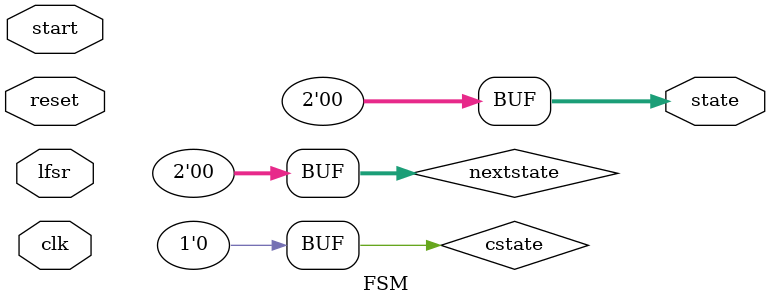
<source format=sv>
module FSM (clk, reset, start, lfsr, state);

   input logic clk;
   input logic reset;
   input logic start;
   input logic lfsr;

   
   output logic [1:0] state;


   typedef enum logic [1:0] {S0, S1, S2} statetype;
   statetype state, nextstate;
   
   // state register
   always_ff @(posedge clk, posedge reset)
     if (reset) state <= S0;
     else       state <= nextstate;
   
   // next state logic
   always_comb
     case (state)
       S0: begin
          out <= 2'b11;
          if (start) nextstate <= S1;
          else if (lfsr) nextstate <= S2;
          else nextstate <=S0;
      end
       S1: begin
          out <= 2'b01;
          if (!start && lfsr) nexstate <= S2;
          else if (!start && !lfsr) nexstate <= S0;  
          else nextstate <= S1;
       end
       S2: begin
          out <= 2'b10;
          if (start) nexstate <= S1;
          else if (!start && !lfsr) nexstate <= S0;  
          else nextstate <= S2;
       end
       default: begin
          state <= 1'b0;
          cstate <= 1'b0; 	  

      	  nextstate <= S0;
       end
     endcase
endmodule
</source>
